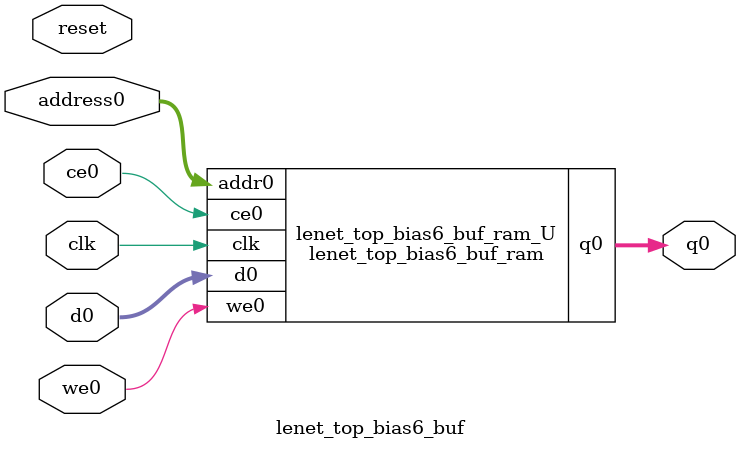
<source format=v>
`timescale 1 ns / 1 ps
module lenet_top_bias6_buf_ram (addr0, ce0, d0, we0, q0,  clk);

parameter DWIDTH = 32;
parameter AWIDTH = 4;
parameter MEM_SIZE = 10;

input[AWIDTH-1:0] addr0;
input ce0;
input[DWIDTH-1:0] d0;
input we0;
output reg[DWIDTH-1:0] q0;
input clk;

(* ram_style = "distributed" *)reg [DWIDTH-1:0] ram[0:MEM_SIZE-1];




always @(posedge clk)  
begin 
    if (ce0) 
    begin
        if (we0) 
        begin 
            ram[addr0] <= d0; 
        end 
        q0 <= ram[addr0];
    end
end


endmodule

`timescale 1 ns / 1 ps
module lenet_top_bias6_buf(
    reset,
    clk,
    address0,
    ce0,
    we0,
    d0,
    q0);

parameter DataWidth = 32'd32;
parameter AddressRange = 32'd10;
parameter AddressWidth = 32'd4;
input reset;
input clk;
input[AddressWidth - 1:0] address0;
input ce0;
input we0;
input[DataWidth - 1:0] d0;
output[DataWidth - 1:0] q0;



lenet_top_bias6_buf_ram lenet_top_bias6_buf_ram_U(
    .clk( clk ),
    .addr0( address0 ),
    .ce0( ce0 ),
    .we0( we0 ),
    .d0( d0 ),
    .q0( q0 ));

endmodule


</source>
